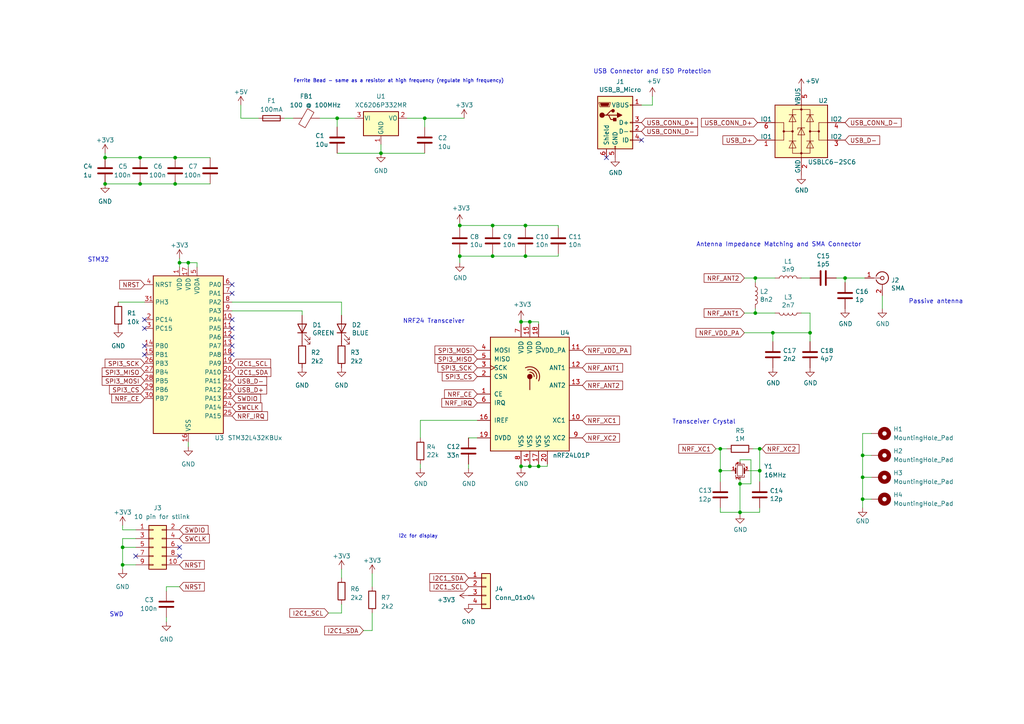
<source format=kicad_sch>
(kicad_sch (version 20230121) (generator eeschema)
  (paper "A4")
  (title_block (title "RF with STM32 module") (date "2023-05-20") (rev "1.0") (company "Petar Acimovic"))
  (lib_symbols
    (symbol "Connector:Conn_Coaxial" (pin_names (offset 1.016) hide)
      (property "Reference" "J" (at 0.254 3.048 0))
      (property "Value" "Conn_Coaxial" (at 2.921 0 90))
      (symbol "Conn_Coaxial_0_1"
        (arc (start -1.778 -0.508) (mid 0.2311 -1.8066) (end 1.778 0) (stroke (width 0.254)))
        (polyline (pts (xy -2.54 0) (xy -0.508 0)))
        (polyline (pts (xy 0 -2.54) (xy 0 -1.778)))
        (circle (center 0 0) (radius 0.508) (stroke (width 0.2032)))
        (arc (start 1.778 0) (mid 0.2099 1.8101) (end -1.778 0.508) (stroke (width 0.254)))
      )
      (symbol "Conn_Coaxial_1_1"
        (pin passive line (at -5.08 0 0) (length 2.54) (name "In") (number "1"))
        (pin passive line (at 0 -5.08 90) (length 2.54) (name "Ext") (number "2"))
      )
    )
    (symbol "Connector_Generic:Conn_01x04" (pin_names (offset 1.016) hide)
      (property "Reference" "J" (at 0 5.08 0))
      (property "Value" "Conn_01x04" (at 0 -7.62 0))
      (symbol "Conn_01x04_1_1"
        (rectangle (start -1.27 -4.953) (end 0 -5.207) (stroke (width 0.1524)))
        (rectangle (start -1.27 -2.413) (end 0 -2.667) (stroke (width 0.1524)))
        (rectangle (start -1.27 0.127) (end 0 -0.127) (stroke (width 0.1524)))
        (rectangle (start -1.27 2.667) (end 0 2.413) (stroke (width 0.1524)))
        (rectangle (start -1.27 3.81) (end 1.27 -6.35) (stroke (width 0.254)) (fill (type background)))
        (pin passive line (at -5.08 2.54 0) (length 3.81) (name "Pin_1") (number "1"))
        (pin passive line (at -5.08 0 0) (length 3.81) (name "Pin_2") (number "2"))
        (pin passive line (at -5.08 -2.54 0) (length 3.81) (name "Pin_3") (number "3"))
        (pin passive line (at -5.08 -5.08 0) (length 3.81) (name "Pin_4") (number "4"))
      )
    )
    (symbol "Connector_Generic:Conn_02x05_Odd_Even" (pin_names (offset 1.016) hide)
      (property "Reference" "J" (at 1.27 7.62 0))
      (property "Value" "Conn_02x05_Odd_Even" (at 1.27 -7.62 0))
      (symbol "Conn_02x05_Odd_Even_1_1"
        (rectangle (start -1.27 -4.953) (end 0 -5.207) (stroke (width 0.1524)))
        (rectangle (start -1.27 -2.413) (end 0 -2.667) (stroke (width 0.1524)))
        (rectangle (start -1.27 0.127) (end 0 -0.127) (stroke (width 0.1524)))
        (rectangle (start -1.27 2.667) (end 0 2.413) (stroke (width 0.1524)))
        (rectangle (start -1.27 5.207) (end 0 4.953) (stroke (width 0.1524)))
        (rectangle (start -1.27 6.35) (end 3.81 -6.35) (stroke (width 0.254)) (fill (type background)))
        (rectangle (start 3.81 -4.953) (end 2.54 -5.207) (stroke (width 0.1524)))
        (rectangle (start 3.81 -2.413) (end 2.54 -2.667) (stroke (width 0.1524)))
        (rectangle (start 3.81 0.127) (end 2.54 -0.127) (stroke (width 0.1524)))
        (rectangle (start 3.81 2.667) (end 2.54 2.413) (stroke (width 0.1524)))
        (rectangle (start 3.81 5.207) (end 2.54 4.953) (stroke (width 0.1524)))
        (pin passive line (at -5.08 5.08 0) (length 3.81) (name "Pin_1") (number "1"))
        (pin passive line (at 7.62 -5.08 180) (length 3.81) (name "Pin_10") (number "10"))
        (pin passive line (at 7.62 5.08 180) (length 3.81) (name "Pin_2") (number "2"))
        (pin passive line (at -5.08 2.54 0) (length 3.81) (name "Pin_3") (number "3"))
        (pin passive line (at 7.62 2.54 180) (length 3.81) (name "Pin_4") (number "4"))
        (pin passive line (at -5.08 0 0) (length 3.81) (name "Pin_5") (number "5"))
        (pin passive line (at 7.62 0 180) (length 3.81) (name "Pin_6") (number "6"))
        (pin passive line (at -5.08 -2.54 0) (length 3.81) (name "Pin_7") (number "7"))
        (pin passive line (at 7.62 -2.54 180) (length 3.81) (name "Pin_8") (number "8"))
        (pin passive line (at -5.08 -5.08 0) (length 3.81) (name "Pin_9") (number "9"))
      )
    )
    (symbol "Device:C" (pin_numbers hide) (pin_names (offset 0.254))
      (property "Reference" "C" (at 0.635 2.54 0))
      (property "Value" "C" (at 0.635 -2.54 0))
      (symbol "C_0_1"
        (polyline (pts (xy -2.032 -0.762) (xy 2.032 -0.762)) (stroke (width 0.508)))
        (polyline (pts (xy -2.032 0.762) (xy 2.032 0.762)) (stroke (width 0.508)))
      )
      (symbol "C_1_1"
        (pin passive line (at 0 3.81 270) (length 2.794) (name "~") (number "1"))
        (pin passive line (at 0 -3.81 90) (length 2.794) (name "~") (number "2"))
      )
    )
    (symbol "Device:Crystal_GND24_Small" (pin_names (offset 1.016) hide)
      (property "Reference" "Y" (at 1.27 4.445 0))
      (property "Value" "Crystal_GND24_Small" (at 1.27 2.54 0))
      (symbol "Crystal_GND24_Small_0_1"
        (rectangle (start -0.762 -1.524) (end 0.762 1.524))
        (polyline (pts (xy -1.27 -0.762) (xy -1.27 0.762)) (stroke (width 0.381)))
        (polyline (pts (xy 1.27 -0.762) (xy 1.27 0.762)) (stroke (width 0.381)))
        (polyline (pts (xy -1.27 -1.27) (xy -1.27 -1.905) (xy 1.27 -1.905) (xy 1.27 -1.27)))
        (polyline (pts (xy -1.27 1.27) (xy -1.27 1.905) (xy 1.27 1.905) (xy 1.27 1.27)))
      )
      (symbol "Crystal_GND24_Small_1_1"
        (pin passive line (at -2.54 0 0) (length 1.27) (name "1") (number "1"))
        (pin passive line (at 0 -2.54 90) (length 0.635) (name "2") (number "2"))
        (pin passive line (at 2.54 0 180) (length 1.27) (name "3") (number "3"))
        (pin passive line (at 0 2.54 270) (length 0.635) (name "4") (number "4"))
      )
    )
    (symbol "Device:FerriteBead" (pin_numbers hide) (pin_names (offset 0))
      (property "Reference" "FB" (at -3.81 0.635 90))
      (property "Value" "FerriteBead" (at 3.81 0 90))
      (symbol "FerriteBead_0_1"
        (polyline (pts (xy 0 -1.27) (xy 0 -1.2192)))
        (polyline (pts (xy 0 1.27) (xy 0 1.2954)))
        (polyline (pts (xy -2.7686 0.4064) (xy -1.7018 2.2606) (xy 2.7686 -0.3048) (xy 1.6764 -2.159) (xy -2.7686 0.4064)))
      )
      (symbol "FerriteBead_1_1"
        (pin passive line (at 0 3.81 270) (length 2.54) (name "~") (number "1"))
        (pin passive line (at 0 -3.81 90) (length 2.54) (name "~") (number "2"))
      )
    )
    (symbol "Device:Fuse" (pin_numbers hide) (pin_names (offset 0))
      (property "Reference" "F" (at 2.032 0 90))
      (property "Value" "Fuse" (at -1.905 0 90))
      (symbol "Fuse_0_1"
        (rectangle (start -0.762 -2.54) (end 0.762 2.54) (stroke (width 0.254)))
        (polyline (pts (xy 0 2.54) (xy 0 -2.54)))
      )
      (symbol "Fuse_1_1"
        (pin passive line (at 0 3.81 270) (length 1.27) (name "~") (number "1"))
        (pin passive line (at 0 -3.81 90) (length 1.27) (name "~") (number "2"))
      )
    )
    (symbol "Device:L" (pin_numbers hide) (pin_names (offset 1.016) hide)
      (property "Reference" "L" (at -1.27 0 90))
      (property "Value" "L" (at 1.905 0 90))
      (symbol "L_0_1"
        (arc (start 0 -2.54) (mid 0.6323 -1.905) (end 0 -1.27))
        (arc (start 0 -1.27) (mid 0.6323 -0.635) (end 0 0))
        (arc (start 0 0) (mid 0.6323 0.635) (end 0 1.27))
        (arc (start 0 1.27) (mid 0.6323 1.905) (end 0 2.54))
      )
      (symbol "L_1_1"
        (pin passive line (at 0 3.81 270) (length 1.27) (name "1") (number "1"))
        (pin passive line (at 0 -3.81 90) (length 1.27) (name "2") (number "2"))
      )
    )
    (symbol "Device:LED" (pin_numbers hide) (pin_names (offset 1.016) hide)
      (property "Reference" "D" (at 0 2.54 0))
      (property "Value" "LED" (at 0 -2.54 0))
      (symbol "LED_0_1"
        (polyline (pts (xy -1.27 -1.27) (xy -1.27 1.27)) (stroke (width 0.254)))
        (polyline (pts (xy -1.27 0) (xy 1.27 0)))
        (polyline (pts (xy 1.27 -1.27) (xy 1.27 1.27) (xy -1.27 0) (xy 1.27 -1.27)) (stroke (width 0.254)))
        (polyline (pts (xy -3.048 -0.762) (xy -4.572 -2.286) (xy -3.81 -2.286) (xy -4.572 -2.286) (xy -4.572 -1.524)))
        (polyline (pts (xy -1.778 -0.762) (xy -3.302 -2.286) (xy -2.54 -2.286) (xy -3.302 -2.286) (xy -3.302 -1.524)))
      )
      (symbol "LED_1_1"
        (pin passive line (at -3.81 0 0) (length 2.54) (name "K") (number "1"))
        (pin passive line (at 3.81 0 180) (length 2.54) (name "A") (number "2"))
      )
    )
    (symbol "Device:R" (pin_numbers hide) (pin_names (offset 0))
      (property "Reference" "R" (at 2.032 0 90))
      (property "Value" "R" (at 0 0 90))
      (symbol "R_0_1"
        (rectangle (start -1.016 -2.54) (end 1.016 2.54) (stroke (width 0.254)))
      )
      (symbol "R_1_1"
        (pin passive line (at 0 3.81 270) (length 1.27) (name "~") (number "1"))
        (pin passive line (at 0 -3.81 90) (length 1.27) (name "~") (number "2"))
      )
    )
    (symbol "MCU_ST_STM32L4:STM32L432KBUx"
      (property "Reference" "U" (at -10.16 24.13 0))
      (property "Value" "STM32L432KBUx" (at 5.08 24.13 0))
      (symbol "STM32L432KBUx_0_1"
        (rectangle (start -10.16 -22.86) (end 10.16 22.86) (stroke (width 0.254)) (fill (type background)))
      )
      (symbol "STM32L432KBUx_1_1"
        (pin power_in line (at -2.54 25.4 270) (length 2.54) (name "VDD") (number "1"))
        (pin bidirectional line (at 12.7 10.16 180) (length 2.54) (name "PA4") (number "10"))
        (pin bidirectional line (at 12.7 7.62 180) (length 2.54) (name "PA5") (number "11"))
        (pin bidirectional line (at 12.7 5.08 180) (length 2.54) (name "PA6") (number "12"))
        (pin bidirectional line (at 12.7 2.54 180) (length 2.54) (name "PA7") (number "13"))
        (pin bidirectional line (at -12.7 2.54 0) (length 2.54) (name "PB0") (number "14"))
        (pin bidirectional line (at -12.7 0 0) (length 2.54) (name "PB1") (number "15"))
        (pin power_in line (at 0 -25.4 90) (length 2.54) (name "VSS") (number "16"))
        (pin power_in line (at 0 25.4 270) (length 2.54) (name "VDD") (number "17"))
        (pin bidirectional line (at 12.7 0 180) (length 2.54) (name "PA8") (number "18"))
        (pin bidirectional line (at 12.7 -2.54 180) (length 2.54) (name "PA9") (number "19"))
        (pin bidirectional line (at -12.7 10.16 0) (length 2.54) (name "PC14") (number "2"))
        (pin bidirectional line (at 12.7 -5.08 180) (length 2.54) (name "PA10") (number "20"))
        (pin bidirectional line (at 12.7 -7.62 180) (length 2.54) (name "PA11") (number "21"))
        (pin bidirectional line (at 12.7 -10.16 180) (length 2.54) (name "PA12") (number "22"))
        (pin bidirectional line (at 12.7 -12.7 180) (length 2.54) (name "PA13") (number "23"))
        (pin bidirectional line (at 12.7 -15.24 180) (length 2.54) (name "PA14") (number "24"))
        (pin bidirectional line (at 12.7 -17.78 180) (length 2.54) (name "PA15") (number "25"))
        (pin bidirectional line (at -12.7 -2.54 0) (length 2.54) (name "PB3") (number "26"))
        (pin bidirectional line (at -12.7 -5.08 0) (length 2.54) (name "PB4") (number "27"))
        (pin bidirectional line (at -12.7 -7.62 0) (length 2.54) (name "PB5") (number "28"))
        (pin bidirectional line (at -12.7 -10.16 0) (length 2.54) (name "PB6") (number "29"))
        (pin bidirectional line (at -12.7 7.62 0) (length 2.54) (name "PC15") (number "3"))
        (pin bidirectional line (at -12.7 -12.7 0) (length 2.54) (name "PB7") (number "30"))
        (pin bidirectional line (at -12.7 15.24 0) (length 2.54) (name "PH3") (number "31"))
        (pin passive line (at 0 -25.4 90) (length 2.54) hide (name "VSS") (number "32"))
        (pin passive line (at 0 -25.4 90) (length 2.54) hide (name "VSS") (number "33"))
        (pin input line (at -12.7 20.32 0) (length 2.54) (name "NRST") (number "4"))
        (pin power_in line (at 2.54 25.4 270) (length 2.54) (name "VDDA") (number "5"))
        (pin bidirectional line (at 12.7 20.32 180) (length 2.54) (name "PA0") (number "6"))
        (pin bidirectional line (at 12.7 17.78 180) (length 2.54) (name "PA1") (number "7"))
        (pin bidirectional line (at 12.7 15.24 180) (length 2.54) (name "PA2") (number "8"))
        (pin bidirectional line (at 12.7 12.7 180) (length 2.54) (name "PA3") (number "9"))
      )
    )
    (symbol "Mechanical:MountingHole_Pad" (pin_numbers hide) (pin_names (offset 1.016) hide)
      (property "Reference" "H" (at 0 6.35 0))
      (property "Value" "MountingHole_Pad" (at 0 4.445 0))
      (symbol "MountingHole_Pad_0_1"
        (circle (center 0 1.27) (radius 1.27) (stroke (width 1.27)))
      )
      (symbol "MountingHole_Pad_1_1"
        (pin input line (at 0 -2.54 90) (length 2.54) (name "1") (number "1"))
      )
    )
    (symbol "RF:nRF24L01P" (pin_names (offset 1.016))
      (property "Reference" "U" (at -11.43 17.78 0))
      (property "Value" "nRF24L01P" (at 5.08 17.78 0))
      (symbol "nRF24L01P_0_1"
        (rectangle (start -11.43 16.51) (end 11.43 -16.51) (stroke (width 0.254)) (fill (type background)))
        (polyline (pts (xy 0 4.445) (xy 0 1.27)) (stroke (width 0.254)))
        (circle (center 0 5.08) (radius 0.635) (stroke (width 0.254)) (fill (type outline)))
        (arc (start 1.27 5.08) (mid 0.9071 5.9946) (end 0 6.35) (stroke (width 0.254)))
        (arc (start 1.905 4.445) (mid 1.4313 6.5254) (end -0.635 6.985) (stroke (width 0.254)))
        (arc (start 2.54 3.81) (mid 2.008 7.088) (end -1.27 7.62) (stroke (width 0.254)))
        (rectangle (start 11.43 -13.97) (end 11.43 -13.97))
      )
      (symbol "nRF24L01P_1_1"
        (pin input line (at -15.24 0 0) (length 3.81) (name "CE") (number "1"))
        (pin passive line (at 15.24 -7.62 180) (length 3.81) (name "XC1") (number "10"))
        (pin power_out line (at 15.24 12.7 180) (length 3.81) (name "VDD_PA") (number "11"))
        (pin passive line (at 15.24 7.62 180) (length 3.81) (name "ANT1") (number "12"))
        (pin passive line (at 15.24 2.54 180) (length 3.81) (name "ANT2") (number "13"))
        (pin power_in line (at 0 -20.32 90) (length 3.81) (name "VSS") (number "14"))
        (pin power_in line (at 0 20.32 270) (length 3.81) (name "VDD") (number "15"))
        (pin passive line (at -15.24 -7.62 0) (length 3.81) (name "IREF") (number "16"))
        (pin power_in line (at 2.54 -20.32 90) (length 3.81) (name "VSS") (number "17"))
        (pin power_in line (at 2.54 20.32 270) (length 3.81) (name "VDD") (number "18"))
        (pin power_out line (at -15.24 -12.7 0) (length 3.81) (name "DVDD") (number "19"))
        (pin input line (at -15.24 5.08 0) (length 3.81) (name "CSN") (number "2"))
        (pin power_in line (at 5.08 -20.32 90) (length 3.81) (name "VSS") (number "20"))
        (pin input clock (at -15.24 7.62 0) (length 3.81) (name "SCK") (number "3"))
        (pin input line (at -15.24 12.7 0) (length 3.81) (name "MOSI") (number "4"))
        (pin output line (at -15.24 10.16 0) (length 3.81) (name "MISO") (number "5"))
        (pin output line (at -15.24 -2.54 0) (length 3.81) (name "IRQ") (number "6"))
        (pin power_in line (at -2.54 20.32 270) (length 3.81) (name "VDD") (number "7"))
        (pin power_in line (at -2.54 -20.32 90) (length 3.81) (name "VSS") (number "8"))
        (pin passive line (at 15.24 -12.7 180) (length 3.81) (name "XC2") (number "9"))
      )
    )
    (symbol "Regulator_Linear:XC6206PxxxMR" (pin_names (offset 0.254))
      (property "Reference" "U" (at -3.81 3.175 0))
      (property "Value" "XC6206PxxxMR" (at 0 3.175 0))
      (symbol "XC6206PxxxMR_0_1"
        (rectangle (start -5.08 1.905) (end 5.08 -5.08) (stroke (width 0.254)) (fill (type background)))
      )
      (symbol "XC6206PxxxMR_1_1"
        (pin power_in line (at 0 -7.62 90) (length 2.54) (name "GND") (number "1"))
        (pin power_out line (at 7.62 0 180) (length 2.54) (name "VO") (number "2"))
        (pin power_in line (at -7.62 0 0) (length 2.54) (name "VI") (number "3"))
      )
    )
    (symbol "STRF-rescue:USBLC6-2SC6-Power_Protection" (pin_names (offset 0))
      (property "Reference" "U" (at 5.08 8.89 0))
      (property "Value" "Power_Protection_USBLC6-2SC6" (at 10.16 -10.16 0))
      (symbol "USBLC6-2SC6-Power_Protection_0_1"
        (rectangle (start -7.62 -7.62) (end 7.62 7.62) (stroke (width 0.254)) (fill (type background)))
        (circle (center -5.08 0) (radius 0.254) (fill (type outline)))
        (circle (center -2.54 0) (radius 0.254) (fill (type outline)))
        (rectangle (start -2.54 6.35) (end 2.54 -6.35))
        (circle (center 0 -6.35) (radius 0.254) (fill (type outline)))
        (polyline (pts (xy -5.08 -2.54) (xy -7.62 -2.54)))
        (polyline (pts (xy -5.08 0) (xy -5.08 -2.54)))
        (polyline (pts (xy -5.08 2.54) (xy -7.62 2.54)))
        (polyline (pts (xy -1.524 -2.794) (xy -3.556 -2.794)))
        (polyline (pts (xy -1.524 4.826) (xy -3.556 4.826)))
        (polyline (pts (xy 0 -7.62) (xy 0 -6.35)))
        (polyline (pts (xy 0 -6.35) (xy 0 1.27)))
        (polyline (pts (xy 0 1.27) (xy 0 6.35)))
        (polyline (pts (xy 0 6.35) (xy 0 7.62)))
        (polyline (pts (xy 1.524 -2.794) (xy 3.556 -2.794)))
        (polyline (pts (xy 1.524 4.826) (xy 3.556 4.826)))
        (polyline (pts (xy 5.08 -2.54) (xy 7.62 -2.54)))
        (polyline (pts (xy 5.08 0) (xy 5.08 -2.54)))
        (polyline (pts (xy 5.08 2.54) (xy 7.62 2.54)))
        (polyline (pts (xy -2.54 0) (xy -5.08 0) (xy -5.08 2.54)))
        (polyline (pts (xy 2.54 0) (xy 5.08 0) (xy 5.08 2.54)))
        (polyline (pts (xy -3.556 -4.826) (xy -1.524 -4.826) (xy -2.54 -2.794) (xy -3.556 -4.826)))
        (polyline (pts (xy -3.556 2.794) (xy -1.524 2.794) (xy -2.54 4.826) (xy -3.556 2.794)))
        (polyline (pts (xy -1.016 -1.016) (xy 1.016 -1.016) (xy 0 1.016) (xy -1.016 -1.016)))
        (polyline (pts (xy 1.016 1.016) (xy 0.762 1.016) (xy -1.016 1.016) (xy -1.016 0.508)))
        (polyline (pts (xy 3.556 -4.826) (xy 1.524 -4.826) (xy 2.54 -2.794) (xy 3.556 -4.826)))
        (polyline (pts (xy 3.556 2.794) (xy 1.524 2.794) (xy 2.54 4.826) (xy 3.556 2.794)))
        (circle (center 0 6.35) (radius 0.254) (fill (type outline)))
        (circle (center 2.54 0) (radius 0.254) (fill (type outline)))
        (circle (center 5.08 0) (radius 0.254) (fill (type outline)))
      )
      (symbol "USBLC6-2SC6-Power_Protection_1_1"
        (pin passive line (at -12.7 -2.54 0) (length 5.08) (name "IO1") (number "1"))
        (pin passive line (at 0 -12.7 90) (length 5.08) (name "GND") (number "2"))
        (pin passive line (at 12.7 -2.54 180) (length 5.08) (name "IO2") (number "3"))
        (pin passive line (at 12.7 2.54 180) (length 5.08) (name "IO2") (number "4"))
        (pin passive line (at 0 12.7 270) (length 5.08) (name "VBUS") (number "5"))
        (pin passive line (at -12.7 2.54 0) (length 5.08) (name "IO1") (number "6"))
      )
    )
    (symbol "STRF-rescue:USB_B_Micro-Connector" (pin_names (offset 1.016))
      (property "Reference" "J" (at -5.08 11.43 0))
      (property "Value" "Connector_USB_B_Micro" (at -5.08 8.89 0))
      (symbol "USB_B_Micro-Connector_0_1"
        (rectangle (start -5.08 -7.62) (end 5.08 7.62) (stroke (width 0.254)) (fill (type background)))
        (circle (center -3.81 2.159) (radius 0.635) (stroke (width 0.254)) (fill (type outline)))
        (circle (center -0.635 3.429) (radius 0.381) (stroke (width 0.254)) (fill (type outline)))
        (rectangle (start -0.127 -7.62) (end 0.127 -6.858))
        (polyline (pts (xy -1.905 2.159) (xy 0.635 2.159)) (stroke (width 0.254)))
        (polyline (pts (xy -3.175 2.159) (xy -2.54 2.159) (xy -1.27 3.429) (xy -0.635 3.429)) (stroke (width 0.254)))
        (polyline (pts (xy -2.54 2.159) (xy -1.905 2.159) (xy -1.27 0.889) (xy 0 0.889)) (stroke (width 0.254)))
        (polyline (pts (xy 0.635 2.794) (xy 0.635 1.524) (xy 1.905 2.159) (xy 0.635 2.794)) (stroke (width 0.254)) (fill (type outline)))
        (polyline (pts (xy -4.318 5.588) (xy -1.778 5.588) (xy -2.032 4.826) (xy -4.064 4.826) (xy -4.318 5.588)) (fill (type outline)))
        (polyline (pts (xy -4.699 5.842) (xy -4.699 5.588) (xy -4.445 4.826) (xy -4.445 4.572) (xy -1.651 4.572) (xy -1.651 4.826) (xy -1.397 5.588) (xy -1.397 5.842) (xy -4.699 5.842)))
        (rectangle (start 0.254 1.27) (end -0.508 0.508) (stroke (width 0.254)) (fill (type outline)))
        (rectangle (start 5.08 -5.207) (end 4.318 -4.953))
        (rectangle (start 5.08 -2.667) (end 4.318 -2.413))
        (rectangle (start 5.08 -0.127) (end 4.318 0.127))
        (rectangle (start 5.08 4.953) (end 4.318 5.207))
      )
      (symbol "USB_B_Micro-Connector_1_1"
        (pin power_out line (at 7.62 5.08 180) (length 2.54) (name "VBUS") (number "1"))
        (pin passive line (at 7.62 -2.54 180) (length 2.54) (name "D-") (number "2"))
        (pin passive line (at 7.62 0 180) (length 2.54) (name "D+") (number "3"))
        (pin passive line (at 7.62 -5.08 180) (length 2.54) (name "ID") (number "4"))
        (pin power_out line (at 0 -10.16 90) (length 2.54) (name "GND") (number "5"))
        (pin passive line (at -2.54 -10.16 90) (length 2.54) (name "Shield") (number "6"))
      )
    )
    (symbol "power:+3V3" (power) (pin_names (offset 0))
      (property "Value" "+3V3" (at 0 3.556 0))
      (symbol "+3V3_0_1"
        (polyline (pts (xy -0.762 1.27) (xy 0 2.54)))
        (polyline (pts (xy 0 0) (xy 0 2.54)))
        (polyline (pts (xy 0 2.54) (xy 0.762 1.27)))
      )
      (symbol "+3V3_1_1"
        (pin power_in line (at 0 0 90) (length 0) hide (name "+3V3") (number "1"))
      )
    )
    (symbol "power:+5V" (power) (pin_names (offset 0))
      (property "Value" "+5V" (at 0 3.556 0))
      (symbol "+5V_0_1"
        (polyline (pts (xy -0.762 1.27) (xy 0 2.54)))
        (polyline (pts (xy 0 0) (xy 0 2.54)))
        (polyline (pts (xy 0 2.54) (xy 0.762 1.27)))
      )
      (symbol "+5V_1_1"
        (pin power_in line (at 0 0 90) (length 0) hide (name "+5V") (number "1"))
      )
    )
    (symbol "power:GND" (power) (pin_names (offset 0))
      (property "Value" "GND" (at 0 -3.81 0))
      (symbol "GND_0_1"
        (polyline (pts (xy 0 0) (xy 0 -1.27) (xy 1.27 -1.27) (xy 0 -2.54) (xy -1.27 -1.27) (xy 0 -1.27)))
      )
      (symbol "GND_1_1"
        (pin power_in line (at 0 0 270) (length 0) hide (name "GND") (number "1"))
      )
    )
  )
  (junction (at 250.19 132.08))
  (junction (at 97.79 34.29))
  (junction (at 110.49 44.45))
  (junction (at 245.11 80.645))
  (junction (at 35.56 158.75))
  (junction (at 208.915 136.525))
  (junction (at 152.4 74.295))
  (junction (at 250.19 144.78))
  (junction (at 142.875 65.405))
  (junction (at 153.67 93.345))
  (junction (at 50.8 45.72))
  (junction (at 133.35 74.295))
  (junction (at 40.64 53.34))
  (junction (at 123.19 34.29))
  (junction (at 153.67 135.255))
  (junction (at 50.8 53.34))
  (junction (at 220.345 130.175))
  (junction (at 214.63 148.59))
  (junction (at 156.21 135.255))
  (junction (at 234.95 96.52))
  (junction (at 35.56 163.83))
  (junction (at 151.13 135.255))
  (junction (at 133.35 65.405))
  (junction (at 30.48 45.72))
  (junction (at 52.07 76.2))
  (junction (at 219.075 90.805))
  (junction (at 142.875 74.295))
  (junction (at 54.61 76.2))
  (junction (at 219.075 80.645))
  (junction (at 250.19 138.43))
  (junction (at 151.13 93.345))
  (junction (at 220.345 136.525))
  (junction (at 30.48 53.34))
  (junction (at 152.4 65.405))
  (junction (at 40.64 45.72))
  (junction (at 214.63 140.335))
  (junction (at 208.915 130.175))
  (junction (at 224.155 96.52))
  (no_connect (at 52.07 158.75))
  (no_connect (at 186.055 40.64))
  (no_connect (at 41.91 95.25))
  (no_connect (at 67.31 82.55))
  (no_connect (at 41.91 100.33))
  (no_connect (at 67.31 97.79))
  (no_connect (at 67.31 95.25))
  (no_connect (at 39.37 161.29))
  (no_connect (at 175.895 45.72))
  (no_connect (at 67.31 85.09))
  (no_connect (at 41.91 92.71))
  (no_connect (at 67.31 100.33))
  (no_connect (at 41.91 102.87))
  (no_connect (at 67.31 102.87))
  (no_connect (at 52.07 161.29))
  (no_connect (at 67.31 92.71))
  (wire (pts (xy 142.875 74.295) (xy 152.4 74.295)))
  (wire (pts (xy 156.21 93.345) (xy 153.67 93.345)))
  (wire (pts (xy 250.19 132.08) (xy 250.19 138.43)))
  (wire (pts (xy 67.31 87.63) (xy 99.06 87.63)))
  (wire (pts (xy 220.345 130.175) (xy 220.345 136.525)))
  (wire (pts (xy 87.63 90.17) (xy 87.63 91.44)))
  (wire (pts (xy 152.4 73.66) (xy 152.4 74.295)))
  (wire (pts (xy 250.19 125.73) (xy 250.19 132.08)))
  (wire (pts (xy 214.63 133.985) (xy 214.63 133.35)))
  (wire (pts (xy 133.35 66.04) (xy 133.35 65.405)))
  (wire (pts (xy 152.4 74.295) (xy 161.925 74.295)))
  (wire (pts (xy 35.56 158.75) (xy 35.56 163.83)))
  (wire (pts (xy 153.67 134.62) (xy 153.67 135.255)))
  (wire (pts (xy 208.915 148.59) (xy 208.915 147.32)))
  (wire (pts (xy 67.31 90.17) (xy 87.63 90.17)))
  (wire (pts (xy 217.805 133.35) (xy 217.805 140.335)))
  (wire (pts (xy 245.11 81.915) (xy 245.11 80.645)))
  (wire (pts (xy 35.56 158.75) (xy 39.37 158.75)))
  (wire (pts (xy 218.44 130.175) (xy 220.345 130.175)))
  (wire (pts (xy 214.63 149.225) (xy 214.63 148.59)))
  (wire (pts (xy 142.875 73.66) (xy 142.875 74.295)))
  (wire (pts (xy 250.19 144.78) (xy 252.73 144.78)))
  (wire (pts (xy 161.925 65.405) (xy 152.4 65.405)))
  (wire (pts (xy 214.63 148.59) (xy 208.915 148.59)))
  (wire (pts (xy 214.63 133.35) (xy 217.805 133.35)))
  (wire (pts (xy 220.345 139.7) (xy 220.345 136.525)))
  (wire (pts (xy 224.155 96.52) (xy 234.95 96.52)))
  (wire (pts (xy 219.075 80.645) (xy 219.075 81.915)))
  (wire (pts (xy 156.21 134.62) (xy 156.21 135.255)))
  (wire (pts (xy 234.95 90.805) (xy 234.95 96.52)))
  (wire (pts (xy 215.9 80.645) (xy 219.075 80.645)))
  (wire (pts (xy 121.92 121.92) (xy 138.43 121.92)))
  (wire (pts (xy 252.73 125.73) (xy 250.19 125.73)))
  (wire (pts (xy 35.56 165.1) (xy 35.56 163.83)))
  (wire (pts (xy 234.95 96.52) (xy 234.95 99.06)))
  (wire (pts (xy 152.4 65.405) (xy 142.875 65.405)))
  (wire (pts (xy 35.56 156.21) (xy 35.56 158.75)))
  (wire (pts (xy 40.64 53.34) (xy 50.8 53.34)))
  (wire (pts (xy 156.21 135.255) (xy 153.67 135.255)))
  (wire (pts (xy 214.63 140.335) (xy 214.63 148.59)))
  (wire (pts (xy 121.92 127) (xy 121.92 121.92)))
  (wire (pts (xy 30.48 53.34) (xy 40.64 53.34)))
  (wire (pts (xy 39.37 156.21) (xy 35.56 156.21)))
  (wire (pts (xy 110.49 41.91) (xy 110.49 44.45)))
  (wire (pts (xy 220.98 130.175) (xy 220.345 130.175)))
  (wire (pts (xy 107.95 166.37) (xy 107.95 170.18)))
  (wire (pts (xy 214.63 148.59) (xy 220.345 148.59)))
  (wire (pts (xy 158.75 135.255) (xy 156.21 135.255)))
  (wire (pts (xy 142.875 66.04) (xy 142.875 65.405)))
  (wire (pts (xy 161.925 74.295) (xy 161.925 73.66)))
  (wire (pts (xy 245.11 80.645) (xy 242.57 80.645)))
  (wire (pts (xy 107.95 177.8) (xy 107.95 182.88)))
  (wire (pts (xy 133.35 74.295) (xy 133.35 76.2)))
  (wire (pts (xy 135.89 127) (xy 138.43 127)))
  (wire (pts (xy 208.915 130.175) (xy 208.915 136.525)))
  (wire (pts (xy 99.06 177.8) (xy 95.25 177.8)))
  (wire (pts (xy 217.17 136.525) (xy 220.345 136.525)))
  (wire (pts (xy 107.95 182.88) (xy 105.41 182.88)))
  (wire (pts (xy 121.92 135.89) (xy 121.92 134.62)))
  (wire (pts (xy 153.67 93.345) (xy 151.13 93.345)))
  (wire (pts (xy 52.07 76.2) (xy 52.07 77.47)))
  (wire (pts (xy 207.645 130.175) (xy 208.915 130.175)))
  (wire (pts (xy 69.85 34.29) (xy 74.93 34.29)))
  (wire (pts (xy 153.67 93.98) (xy 153.67 93.345)))
  (wire (pts (xy 210.82 130.175) (xy 208.915 130.175)))
  (wire (pts (xy 250.19 138.43) (xy 250.19 144.78)))
  (wire (pts (xy 250.19 147.32) (xy 250.19 144.78)))
  (wire (pts (xy 151.13 93.98) (xy 151.13 93.345)))
  (wire (pts (xy 99.06 87.63) (xy 99.06 91.44)))
  (wire (pts (xy 123.19 36.83) (xy 123.19 34.29)))
  (wire (pts (xy 215.9 90.805) (xy 219.075 90.805)))
  (wire (pts (xy 189.23 27.94) (xy 189.23 30.48)))
  (wire (pts (xy 69.85 30.48) (xy 69.85 34.29)))
  (wire (pts (xy 208.915 136.525) (xy 208.915 139.7)))
  (wire (pts (xy 54.61 76.2) (xy 52.07 76.2)))
  (wire (pts (xy 133.35 74.295) (xy 142.875 74.295)))
  (wire (pts (xy 123.19 34.29) (xy 134.62 34.29)))
  (wire (pts (xy 217.805 140.335) (xy 214.63 140.335)))
  (wire (pts (xy 34.29 87.63) (xy 41.91 87.63)))
  (wire (pts (xy 30.48 44.45) (xy 30.48 45.72)))
  (wire (pts (xy 153.67 135.255) (xy 151.13 135.255)))
  (wire (pts (xy 35.56 152.4) (xy 35.56 153.67)))
  (wire (pts (xy 156.21 93.98) (xy 156.21 93.345)))
  (wire (pts (xy 40.64 45.72) (xy 50.8 45.72)))
  (wire (pts (xy 214.63 139.065) (xy 214.63 140.335)))
  (wire (pts (xy 250.19 132.08) (xy 252.73 132.08)))
  (wire (pts (xy 208.915 136.525) (xy 212.09 136.525)))
  (wire (pts (xy 151.13 135.255) (xy 151.13 134.62)))
  (wire (pts (xy 110.49 44.45) (xy 123.19 44.45)))
  (wire (pts (xy 161.925 66.04) (xy 161.925 65.405)))
  (wire (pts (xy 48.26 179.07) (xy 48.26 180.34)))
  (wire (pts (xy 224.79 90.805) (xy 219.075 90.805)))
  (wire (pts (xy 255.905 89.535) (xy 255.905 85.725)))
  (wire (pts (xy 250.825 80.645) (xy 245.11 80.645)))
  (wire (pts (xy 99.06 175.26) (xy 99.06 177.8)))
  (wire (pts (xy 133.35 74.295) (xy 133.35 73.66)))
  (wire (pts (xy 99.06 165.1) (xy 99.06 167.64)))
  (wire (pts (xy 158.75 134.62) (xy 158.75 135.255)))
  (wire (pts (xy 123.19 34.29) (xy 118.11 34.29)))
  (wire (pts (xy 54.61 128.27) (xy 54.61 129.54)))
  (wire (pts (xy 30.48 45.72) (xy 40.64 45.72)))
  (wire (pts (xy 57.15 77.47) (xy 57.15 76.2)))
  (wire (pts (xy 97.79 34.29) (xy 102.87 34.29)))
  (wire (pts (xy 151.13 93.345) (xy 151.13 92.71)))
  (wire (pts (xy 97.79 44.45) (xy 110.49 44.45)))
  (wire (pts (xy 48.26 171.45) (xy 48.26 170.18)))
  (wire (pts (xy 135.89 135.89) (xy 135.89 134.62)))
  (wire (pts (xy 224.155 99.06) (xy 224.155 96.52)))
  (wire (pts (xy 48.26 170.18) (xy 52.07 170.18)))
  (wire (pts (xy 152.4 66.04) (xy 152.4 65.405)))
  (wire (pts (xy 189.23 30.48) (xy 186.055 30.48)))
  (wire (pts (xy 52.07 74.93) (xy 52.07 76.2)))
  (wire (pts (xy 35.56 153.67) (xy 39.37 153.67)))
  (wire (pts (xy 219.075 90.805) (xy 219.075 89.535)))
  (wire (pts (xy 234.95 80.645) (xy 232.41 80.645)))
  (wire (pts (xy 57.15 76.2) (xy 54.61 76.2)))
  (wire (pts (xy 220.345 148.59) (xy 220.345 147.32)))
  (wire (pts (xy 224.79 80.645) (xy 219.075 80.645)))
  (wire (pts (xy 82.55 34.29) (xy 85.09 34.29)))
  (wire (pts (xy 234.95 90.805) (xy 232.41 90.805)))
  (wire (pts (xy 92.71 34.29) (xy 97.79 34.29)))
  (wire (pts (xy 97.79 34.29) (xy 97.79 36.83)))
  (wire (pts (xy 50.8 53.34) (xy 60.96 53.34)))
  (wire (pts (xy 151.13 135.89) (xy 151.13 135.255)))
  (wire (pts (xy 142.875 65.405) (xy 133.35 65.405)))
  (wire (pts (xy 35.56 163.83) (xy 39.37 163.83)))
  (wire (pts (xy 250.19 138.43) (xy 252.73 138.43)))
  (wire (pts (xy 54.61 77.47) (xy 54.61 76.2)))
  (wire (pts (xy 224.155 96.52) (xy 215.9 96.52)))
  (wire (pts (xy 133.35 65.405) (xy 133.35 64.77)))
  (wire (pts (xy 50.8 45.72) (xy 60.96 45.72)))
  (text "USB Connector and ESD Protection" (at 172.085 21.59 0) (effects (font (size 1.27 1.27)) (justify left bottom)))
  (text "SWD" (at 31.75 179.07 0) (effects (font (size 1.27 1.27)) (justify left bottom)))
  (text "STM32" (at 25.4 76.2 0) (effects (font (size 1.27 1.27)) (justify left bottom)))
  (text "Ferrite Bead - same as a resistor at high frequency (regulate high frequency)" (at 85.09 24.13 0) (effects (font (size 1 1)) (justify left bottom)))
  (text "Transceiver Crystal" (at 194.945 123.19 0) (effects (font (size 1.27 1.27)) (justify left bottom)))
  (text "Passive antenna" (at 263.525 88.265 0) (effects (font (size 1.27 1.27)) (justify left bottom)))
  (text "i2c for display\n" (at 127 156.21 0) (effects (font (size 1 1)) (justify right bottom)))
  (text "Antenna Impedance Matching and SMA Connector" (at 201.93 71.755 0) (effects (font (size 1.27 1.27)) (justify left bottom)))
  (text "NRF24 Transceiver" (at 116.84 93.98 0) (effects (font (size 1.27 1.27)) (justify left bottom)))
  (global_label "USB_D+" (shape input) (at 67.31 113.03 0) (property "Intersheetrefs" "${INTERSHEET_REFS}" (effects hide)))
  (global_label "SPI3_MISO" (shape input) (at 138.43 104.14 180) (property "Intersheetrefs" "${INTERSHEET_REFS}" (effects hide)))
  (global_label "SPI3_MOSI" (shape input) (at 138.43 101.6 180) (property "Intersheetrefs" "${INTERSHEET_REFS}" (effects hide)))
  (global_label "NRF_XC2" (shape input) (at 168.91 127 0) (property "Intersheetrefs" "${INTERSHEET_REFS}" (effects hide)))
  (global_label "USB_D-" (shape input) (at 245.11 40.64 0) (property "Intersheetrefs" "${INTERSHEET_REFS}" (effects hide)))
  (global_label "NRF_ANT1" (shape input) (at 215.9 90.805 180) (property "Intersheetrefs" "${INTERSHEET_REFS}" (effects hide)))
  (global_label "SWDIO" (shape input) (at 67.31 115.57 0) (property "Intersheetrefs" "${INTERSHEET_REFS}" (effects hide)))
  (global_label "SPI3_CS" (shape input) (at 138.43 109.22 180) (property "Intersheetrefs" "${INTERSHEET_REFS}" (effects hide)))
  (global_label "NRST" (shape input) (at 52.07 163.83 0) (property "Intersheetrefs" "${INTERSHEET_REFS}" (effects hide)))
  (global_label "SPI3_SCK" (shape input) (at 41.91 105.41 180) (property "Intersheetrefs" "${INTERSHEET_REFS}" (effects hide)))
  (global_label "NRF_VDD_PA" (shape input) (at 168.91 101.6 0) (property "Intersheetrefs" "${INTERSHEET_REFS}" (effects hide)))
  (global_label "NRF_XC1" (shape input) (at 207.645 130.175 180) (property "Intersheetrefs" "${INTERSHEET_REFS}" (effects hide)))
  (global_label "I2C1_SDA" (shape input) (at 67.31 107.95 0) (property "Intersheetrefs" "${INTERSHEET_REFS}" (effects hide)))
  (global_label "USB_D+" (shape input) (at 219.71 40.64 180) (property "Intersheetrefs" "${INTERSHEET_REFS}" (effects hide)))
  (global_label "I2C1_SDA" (shape input) (at 135.89 167.64 180) (property "Intersheetrefs" "${INTERSHEET_REFS}" (effects hide)))
  (global_label "SWCLK" (shape input) (at 67.31 118.11 0) (property "Intersheetrefs" "${INTERSHEET_REFS}" (effects hide)))
  (global_label "SWCLK" (shape input) (at 52.07 156.21 0) (property "Intersheetrefs" "${INTERSHEET_REFS}" (effects hide)))
  (global_label "USB_CONN_D-" (shape input) (at 245.11 35.56 0) (property "Intersheetrefs" "${INTERSHEET_REFS}" (effects hide)))
  (global_label "SPI3_SCK" (shape input) (at 138.43 106.68 180) (property "Intersheetrefs" "${INTERSHEET_REFS}" (effects hide)))
  (global_label "USB_CONN_D+" (shape input) (at 219.71 35.56 180) (property "Intersheetrefs" "${INTERSHEET_REFS}" (effects hide)))
  (global_label "USB_D-" (shape input) (at 67.31 110.49 0) (property "Intersheetrefs" "${INTERSHEET_REFS}" (effects hide)))
  (global_label "SPI3_MISO" (shape input) (at 41.91 107.95 180) (property "Intersheetrefs" "${INTERSHEET_REFS}" (effects hide)))
  (global_label "NRF_XC2" (shape input) (at 220.98 130.175 0) (property "Intersheetrefs" "${INTERSHEET_REFS}" (effects hide)))
  (global_label "I2C1_SDA" (shape input) (at 105.41 182.88 180) (property "Intersheetrefs" "${INTERSHEET_REFS}" (effects hide)))
  (global_label "USB_CONN_D-" (shape input) (at 186.055 38.1 0) (property "Intersheetrefs" "${INTERSHEET_REFS}" (effects hide)))
  (global_label "NRF_CE" (shape input) (at 41.91 115.57 180) (property "Intersheetrefs" "${INTERSHEET_REFS}" (effects hide)))
  (global_label "SWDIO" (shape input) (at 52.07 153.67 0) (property "Intersheetrefs" "${INTERSHEET_REFS}" (effects hide)))
  (global_label "I2C1_SCL" (shape input) (at 95.25 177.8 180) (property "Intersheetrefs" "${INTERSHEET_REFS}" (effects hide)))
  (global_label "USB_CONN_D+" (shape input) (at 186.055 35.56 0) (property "Intersheetrefs" "${INTERSHEET_REFS}" (effects hide)))
  (global_label "NRF_ANT2" (shape input) (at 168.91 111.76 0) (property "Intersheetrefs" "${INTERSHEET_REFS}" (effects hide)))
  (global_label "I2C1_SCL" (shape input) (at 135.89 170.18 180) (property "Intersheetrefs" "${INTERSHEET_REFS}" (effects hide)))
  (global_label "SPI3_CS" (shape input) (at 41.91 113.03 180) (property "Intersheetrefs" "${INTERSHEET_REFS}" (effects hide)))
  (global_label "NRF_VDD_PA" (shape input) (at 215.9 96.52 180) (property "Intersheetrefs" "${INTERSHEET_REFS}" (effects hide)))
  (global_label "NRF_ANT1" (shape input) (at 168.91 106.68 0) (property "Intersheetrefs" "${INTERSHEET_REFS}" (effects hide)))
  (global_label "SPI3_MOSI" (shape input) (at 41.91 110.49 180) (property "Intersheetrefs" "${INTERSHEET_REFS}" (effects hide)))
  (global_label "NRF_XC1" (shape input) (at 168.91 121.92 0) (property "Intersheetrefs" "${INTERSHEET_REFS}" (effects hide)))
  (global_label "NRST" (shape input) (at 52.07 170.18 0) (property "Intersheetrefs" "${INTERSHEET_REFS}" (effects hide)))
  (global_label "NRST" (shape input) (at 41.91 82.55 180) (property "Intersheetrefs" "${INTERSHEET_REFS}" (effects hide)))
  (global_label "I2C1_SCL" (shape input) (at 67.31 105.41 0) (property "Intersheetrefs" "${INTERSHEET_REFS}" (effects hide)))
  (global_label "NRF_IRQ" (shape input) (at 138.43 116.84 180) (property "Intersheetrefs" "${INTERSHEET_REFS}" (effects hide)))
  (global_label "NRF_CE" (shape input) (at 138.43 114.3 180) (property "Intersheetrefs" "${INTERSHEET_REFS}" (effects hide)))
  (global_label "NRF_ANT2" (shape input) (at 215.9 80.645 180) (property "Intersheetrefs" "${INTERSHEET_REFS}" (effects hide)))
  (global_label "NRF_IRQ" (shape input) (at 67.31 120.65 0) (property "Intersheetrefs" "${INTERSHEET_REFS}" (effects hide)))
  (symbol (lib_id "MCU_ST_STM32L4:STM32L432KBUx") (at 54.61 102.87 0) (unit 1)
    (property "Reference" "U3" (at 62.23 127 0) (effects (justify left)))
    (property "Value" "STM32L432KBUx" (at 66.04 127 0) (effects (justify left)))
    (property "Footprint" "Package_DFN_QFN:QFN-32-1EP_5x5mm_P0.5mm_EP3.45x3.45mm" (effects hide))
    (property "Datasheet" "https://www.st.com/resource/en/datasheet/stm32l432kb.pdf" (effects hide))
  )
  (symbol (lib_id "power:GND") (at 224.155 106.68 0) (unit 1)
    (property "Reference" "#PWR023" (effects hide))
    (property "Value" "GND" (at 224.282 111.0742 0))
  )
  (symbol (lib_id "Device:R") (at 107.95 173.99 0) (unit 1)
    (property "Reference" "R7" (at 110.49 173.355 0) (effects (justify left)))
    (property "Value" "2k2" (at 110.49 175.895 0) (effects (justify left)))
    (property "Footprint" "Resistor_SMD:R_0603_1608Metric" (effects hide))
  )
  (symbol (lib_id "Device:R") (at 99.06 102.87 0) (unit 1)
    (property "Reference" "R3" (at 101.6 102.235 0) (effects (justify left)))
    (property "Value" "2k2" (at 101.6 104.775 0) (effects (justify left)))
    (property "Footprint" "Resistor_SMD:R_0603_1608Metric" (effects hide))
  )
  (symbol (lib_id "Device:C") (at 60.96 49.53 0) (unit 1)
    (property "Reference" "C7" (at 54.61 48.26 0) (effects (justify left)))
    (property "Value" "100n" (at 53.34 50.8 0) (effects (justify left)))
    (property "Footprint" "Capacitor_SMD:C_0402_1005Metric" (effects hide))
  )
  (symbol (lib_id "power:+3V3") (at 133.35 64.77 0) (unit 1)
    (property "Reference" "#PWR018" (effects hide))
    (property "Value" "+3V3" (at 133.731 60.3758 0))
  )
  (symbol (lib_id "Device:C") (at 50.8 49.53 0) (unit 1)
    (property "Reference" "C6" (at 44.45 48.26 0) (effects (justify left)))
    (property "Value" "100n" (at 43.18 50.8 0) (effects (justify left)))
    (property "Footprint" "Capacitor_SMD:C_0402_1005Metric" (effects hide))
  )
  (symbol (lib_id "Device:C") (at 48.26 175.26 0) (unit 1)
    (property "Reference" "C3" (at 41.91 173.99 0) (effects (justify left)))
    (property "Value" "100n" (at 40.64 176.53 0) (effects (justify left)))
    (property "Footprint" "Capacitor_SMD:C_0402_1005Metric" (effects hide))
  )
  (symbol (lib_id "Device:L") (at 228.6 80.645 90) (unit 1)
    (property "Reference" "L1" (at 228.6 75.819 90))
    (property "Value" "3n9" (at 228.6 78.1304 90))
    (property "Footprint" "Inductor_SMD:L_0402_1005Metric" (effects hide))
  )
  (symbol (lib_id "Mechanical:MountingHole_Pad") (at 255.27 132.08 270) (unit 1)
    (property "Reference" "H2" (at 259.08 130.8099 90) (effects (justify left)))
    (property "Value" "MountingHole_Pad" (at 259.08 133.3499 90) (effects (justify left)))
    (property "Footprint" "MountingHole:MountingHole_4.3mm_M4_Pad_Via" (effects hide))
  )
  (symbol (lib_id "Mechanical:MountingHole_Pad") (at 255.27 144.78 270) (unit 1)
    (property "Reference" "H4" (at 259.08 143.5099 90) (effects (justify left)))
    (property "Value" "MountingHole_Pad" (at 259.08 146.0499 90) (effects (justify left)))
    (property "Footprint" "MountingHole:MountingHole_4.3mm_M4_Pad_Via" (effects hide))
  )
  (symbol (lib_id "power:GND") (at 48.26 180.34 0) (unit 1)
    (property "Reference" "#PWR015" (effects hide))
    (property "Value" "GND" (at 48.26 185.42 0))
  )
  (symbol (lib_id "power:GND") (at 234.95 106.68 0) (unit 1)
    (property "Reference" "#PWR024" (effects hide))
    (property "Value" "GND" (at 235.077 111.0742 0))
  )
  (symbol (lib_id "power:GND") (at 121.92 135.89 0) (unit 1)
    (property "Reference" "#PWR016" (effects hide))
    (property "Value" "GND" (at 122.047 140.2842 0))
  )
  (symbol (lib_id "power:GND") (at 30.48 53.34 0) (unit 1)
    (property "Reference" "#PWR08" (effects hide))
    (property "Value" "GND" (at 30.48 58.42 0))
  )
  (symbol (lib_id "Device:C") (at 234.95 102.87 180) (unit 1)
    (property "Reference" "C18" (at 237.871 101.7016 0) (effects (justify right)))
    (property "Value" "4p7" (at 237.871 104.013 0) (effects (justify right)))
    (property "Footprint" "Capacitor_SMD:C_0402_1005Metric" (effects hide))
  )
  (symbol (lib_id "Device:R") (at 34.29 91.44 0) (unit 1)
    (property "Reference" "R1" (at 36.83 90.805 0) (effects (justify left)))
    (property "Value" "10k" (at 36.83 93.345 0) (effects (justify left)))
    (property "Footprint" "Resistor_SMD:R_0402_1005Metric" (effects hide))
  )
  (symbol (lib_id "power:GND") (at 178.435 45.72 0) (unit 1)
    (property "Reference" "#PWR027" (effects hide))
    (property "Value" "GND" (at 178.562 50.1142 0))
  )
  (symbol (lib_id "Device:C") (at 133.35 69.85 0) (unit 1)
    (property "Reference" "C8" (at 136.271 68.6816 0) (effects (justify left)))
    (property "Value" "10u" (at 136.271 70.993 0) (effects (justify left)))
    (property "Footprint" "Capacitor_SMD:C_0603_1608Metric" (effects hide))
  )
  (symbol (lib_id "power:+5V") (at 232.41 25.4 0) (unit 1)
    (property "Reference" "#PWR029" (effects hide))
    (property "Value" "+5V" (at 235.585 23.495 0))
  )
  (symbol (lib_id "power:GND") (at 135.89 135.89 0) (unit 1)
    (property "Reference" "#PWR017" (effects hide))
    (property "Value" "GND" (at 136.017 140.2842 0))
  )
  (symbol (lib_id "Device:C") (at 238.76 80.645 270) (unit 1)
    (property "Reference" "C15" (at 238.76 74.2442 90))
    (property "Value" "1p5" (at 238.76 76.5556 90))
    (property "Footprint" "Capacitor_SMD:C_0402_1005Metric" (effects hide))
  )
  (symbol (lib_id "power:+3V3") (at 135.89 172.72 90) (unit 1)
    (property "Reference" "#PWR031" (effects hide))
    (property "Value" "+3V3" (at 132.08 173.99 90) (effects (justify left)))
  )
  (symbol (lib_id "Device:FerriteBead") (at 88.9 34.29 90) (unit 1)
    (property "Reference" "FB1" (at 88.8492 27.94 90))
    (property "Value" "100 @ 100MHz" (at 91.44 30.48 90))
    (property "Footprint" "Inductor_SMD:L_0805_2012Metric" (effects hide))
  )
  (symbol (lib_id "power:GND") (at 54.61 129.54 0) (unit 1)
    (property "Reference" "#PWR012" (effects hide))
    (property "Value" "GND" (at 54.61 134.62 0))
  )
  (symbol (lib_id "power:GND") (at 232.41 50.8 0) (unit 1)
    (property "Reference" "#PWR030" (effects hide))
    (property "Value" "GND" (at 232.537 55.1942 0))
  )
  (symbol (lib_id "power:GND") (at 35.56 165.1 0) (unit 1)
    (property "Reference" "#PWR014" (effects hide))
    (property "Value" "GND" (at 35.56 170.18 0))
  )
  (symbol (lib_id "power:GND") (at 87.63 106.68 0) (unit 1)
    (property "Reference" "#PWR011" (effects hide))
    (property "Value" "GND" (at 87.63 111.76 0))
  )
  (symbol (lib_id "power:GND") (at 133.35 76.2 0) (unit 1)
    (property "Reference" "#PWR019" (effects hide))
    (property "Value" "GND" (at 133.477 80.5942 0))
  )
  (symbol (lib_id "Device:C") (at 40.64 49.53 0) (unit 1)
    (property "Reference" "C5" (at 34.29 48.26 0) (effects (justify left)))
    (property "Value" "100n" (at 33.02 50.8 0) (effects (justify left)))
    (property "Footprint" "Capacitor_SMD:C_0402_1005Metric" (effects hide))
  )
  (symbol (lib_id "power:+3V3") (at 134.62 34.29 0) (unit 1)
    (property "Reference" "#PWR01" (effects hide))
    (property "Value" "+3V3" (at 134.62 30.48 0))
  )
  (symbol (lib_id "power:+3V3") (at 107.95 166.37 0) (unit 1)
    (property "Reference" "#PWR05" (effects hide))
    (property "Value" "+3V3" (at 107.95 162.56 0))
  )
  (symbol (lib_id "Regulator_Linear:XC6206PxxxMR") (at 110.49 34.29 0) (unit 1)
    (property "Reference" "U1" (at 110.49 27.94 0))
    (property "Value" "XC6206P332MR" (at 110.49 30.48 0))
    (property "Footprint" "Package_TO_SOT_SMD:SOT-23-3" (effects hide))
    (property "Datasheet" "https://www.torexsemi.com/file/xc6206/XC6206.pdf" (effects hide))
  )
  (symbol (lib_id "Mechanical:MountingHole_Pad") (at 255.27 138.43 270) (unit 1)
    (property "Reference" "H3" (at 259.08 137.1599 90) (effects (justify left)))
    (property "Value" "MountingHole_Pad" (at 259.08 139.6999 90) (effects (justify left)))
    (property "Footprint" "MountingHole:MountingHole_4.3mm_M4_Pad_Via" (effects hide))
  )
  (symbol (lib_id "power:GND") (at 135.89 175.26 0) (unit 1)
    (property "Reference" "#PWR032" (effects hide))
    (property "Value" "GND" (at 135.89 180.34 0))
  )
  (symbol (lib_id "power:GND") (at 99.06 106.68 0) (unit 1)
    (property "Reference" "#PWR010" (effects hide))
    (property "Value" "GND" (at 99.06 111.76 0))
  )
  (symbol (lib_id "Device:LED") (at 99.06 95.25 90) (unit 1)
    (property "Reference" "D2" (at 102.0318 94.2594 90) (effects (justify right)))
    (property "Value" "BLUE" (at 102.0318 96.5708 90) (effects (justify right)))
    (property "Footprint" "LED_SMD:LED_0603_1608Metric" (effects hide))
  )
  (symbol (lib_id "Device:C") (at 97.79 40.64 0) (unit 1)
    (property "Reference" "C1" (at 91.44 39.37 0) (effects (justify left)))
    (property "Value" "10u" (at 91.44 41.91 0) (effects (justify left)))
    (property "Footprint" "Capacitor_SMD:C_0603_1608Metric" (effects hide))
  )
  (symbol (lib_id "Device:C") (at 208.915 143.51 0) (unit 1)
    (property "Reference" "C13" (at 202.565 142.24 0) (effects (justify left)))
    (property "Value" "12p" (at 202.565 144.78 0) (effects (justify left)))
    (property "Footprint" "Capacitor_SMD:C_0402_1005Metric" (effects hide))
  )
  (symbol (lib_id "Connector_Generic:Conn_02x05_Odd_Even") (at 44.45 158.75 0) (unit 1)
    (property "Reference" "J3" (at 45.72 147.32 0))
    (property "Value" "10 pin for stlink" (at 46.99 149.86 0))
    (property "Footprint" "Connector_PinHeader_2.54mm:PinHeader_2x05_P2.54mm_Vertical" (effects hide))
  )
  (symbol (lib_id "Device:C") (at 142.875 69.85 0) (unit 1)
    (property "Reference" "C9" (at 145.796 68.6816 0) (effects (justify left)))
    (property "Value" "10n" (at 145.796 70.993 0) (effects (justify left)))
    (property "Footprint" "Capacitor_SMD:C_0402_1005Metric" (effects hide))
  )
  (symbol (lib_id "Device:C") (at 135.89 130.81 0) (unit 1)
    (property "Reference" "C12" (at 129.54 129.54 0) (effects (justify left)))
    (property "Value" "33n" (at 129.54 132.08 0) (effects (justify left)))
    (property "Footprint" "Capacitor_SMD:C_0402_1005Metric" (effects hide))
  )
  (symbol (lib_id "Connector_Generic:Conn_01x04") (at 140.97 170.18 0) (unit 1)
    (property "Reference" "J4" (at 143.51 170.815 0) (effects (justify left)))
    (property "Value" "Conn_01x04" (at 143.51 173.355 0) (effects (justify left)))
    (property "Footprint" "Connector_PinHeader_2.54mm:PinHeader_1x04_P2.54mm_Vertical" (effects hide))
  )
  (symbol (lib_id "Device:R") (at 87.63 102.87 0) (unit 1)
    (property "Reference" "R2" (at 90.17 102.235 0) (effects (justify left)))
    (property "Value" "2k2" (at 90.17 104.775 0) (effects (justify left)))
    (property "Footprint" "Resistor_SMD:R_0603_1608Metric" (effects hide))
  )
  (symbol (lib_id "power:+3V3") (at 99.06 165.1 0) (unit 1)
    (property "Reference" "#PWR04" (effects hide))
    (property "Value" "+3V3" (at 99.06 161.29 0))
  )
  (symbol (lib_id "power:GND") (at 255.905 89.535 0) (unit 1)
    (property "Reference" "#PWR026" (effects hide))
    (property "Value" "GND" (at 256.032 93.9292 0))
  )
  (symbol (lib_id "Device:R") (at 214.63 130.175 270) (unit 1)
    (property "Reference" "R5" (at 214.63 124.9172 90))
    (property "Value" "1M" (at 214.63 127.2286 90))
    (property "Footprint" "Resistor_SMD:R_0402_1005Metric" (effects hide))
  )
  (symbol (lib_id "power:GND") (at 214.63 149.225 0) (unit 1)
    (property "Reference" "#PWR022" (effects hide))
    (property "Value" "GND" (at 214.757 153.6192 0))
  )
  (symbol (lib_id "Device:C") (at 220.345 143.51 0) (unit 1)
    (property "Reference" "C14" (at 223.266 142.3416 0) (effects (justify left)))
    (property "Value" "12p" (at 223.266 144.653 0) (effects (justify left)))
    (property "Footprint" "Capacitor_SMD:C_0402_1005Metric" (effects hide))
  )
  (symbol (lib_id "Device:C") (at 152.4 69.85 0) (unit 1)
    (property "Reference" "C10" (at 155.321 68.6816 0) (effects (justify left)))
    (property "Value" "10n" (at 155.321 70.993 0) (effects (justify left)))
    (property "Footprint" "Capacitor_SMD:C_0402_1005Metric" (effects hide))
  )
  (symbol (lib_id "power:GND") (at 245.11 89.535 0) (unit 1)
    (property "Reference" "#PWR025" (effects hide))
    (property "Value" "GND" (at 245.237 93.9292 0))
  )
  (symbol (lib_id "Mechanical:MountingHole_Pad") (at 255.27 125.73 270) (unit 1)
    (property "Reference" "H1" (at 259.08 124.4599 90) (effects (justify left)))
    (property "Value" "MountingHole_Pad" (at 259.08 126.9999 90) (effects (justify left)))
    (property "Footprint" "MountingHole:MountingHole_4.3mm_M4_Pad_Via" (effects hide))
  )
  (symbol (lib_id "power:GND") (at 110.49 44.45 0) (unit 1)
    (property "Reference" "#PWR03" (effects hide))
    (property "Value" "GND" (at 110.49 49.53 0))
  )
  (symbol (lib_id "Device:LED") (at 87.63 95.25 90) (unit 1)
    (property "Reference" "D1" (at 90.6018 94.2594 90) (effects (justify right)))
    (property "Value" "GREEN" (at 90.6018 96.5708 90) (effects (justify right)))
    (property "Footprint" "LED_SMD:LED_0603_1608Metric" (effects hide))
  )
  (symbol (lib_id "power:+5V") (at 69.85 30.48 0) (unit 1)
    (property "Reference" "#PWR02" (effects hide))
    (property "Value" "+5V" (at 69.85 26.67 0))
  )
  (symbol (lib_id "Device:C") (at 123.19 40.64 0) (unit 1)
    (property "Reference" "C2" (at 127 40.005 0) (effects (justify left)))
    (property "Value" "10u" (at 127 42.545 0) (effects (justify left)))
    (property "Footprint" "Capacitor_SMD:C_0603_1608Metric" (effects hide))
  )
  (symbol (lib_id "Device:L") (at 219.075 85.725 0) (unit 1)
    (property "Reference" "L2" (at 220.3958 84.5566 0) (effects (justify left)))
    (property "Value" "8n2" (at 220.3958 86.868 0) (effects (justify left)))
    (property "Footprint" "Inductor_SMD:L_0402_1005Metric" (effects hide))
  )
  (symbol (lib_id "power:GND") (at 250.19 147.32 0) (unit 1)
    (property "Reference" "#PWR06" (effects hide))
    (property "Value" "GND" (at 250.19 151.13 0))
  )
  (symbol (lib_id "power:GND") (at 34.29 95.25 0) (unit 1)
    (property "Reference" "#PWR09" (effects hide))
    (property "Value" "GND" (at 34.29 100.33 0))
  )
  (symbol (lib_id "Connector:Conn_Coaxial") (at 255.905 80.645 0) (unit 1)
    (property "Reference" "J2" (at 258.445 81.28 0) (effects (justify left)))
    (property "Value" "SMA" (at 258.445 83.5914 0) (effects (justify left)))
    (property "Footprint" "Connector_Coaxial:SMA_Samtec_SMA-J-P-X-ST-EM1_EdgeMount" (effects hide))
    (property "Datasheet" " ~" (effects hide))
  )
  (symbol (lib_id "power:+3V3") (at 30.48 44.45 0) (unit 1)
    (property "Reference" "#PWR033" (effects hide))
    (property "Value" "+3V3" (at 30.48 40.64 0))
  )
  (symbol (lib_id "STRF-rescue:USBLC6-2SC6-Power_Protection") (at 232.41 38.1 0) (unit 1)
    (property "Reference" "U2" (at 238.76 29.21 0))
    (property "Value" "USBLC6-2SC6" (at 241.3 46.99 0))
    (property "Footprint" "Package_TO_SOT_SMD:SOT-23-6" (effects hide))
    (property "Datasheet" "http://www2.st.com/resource/en/datasheet/CD00050750.pdf" (effects hide))
  )
  (symbol (lib_id "power:+3V3") (at 151.13 92.71 0) (unit 1)
    (property "Reference" "#PWR020" (effects hide))
    (property "Value" "+3V3" (at 151.511 88.3158 0))
  )
  (symbol (lib_id "power:GND") (at 151.13 135.89 0) (unit 1)
    (property "Reference" "#PWR021" (effects hide))
    (property "Value" "GND" (at 151.257 140.2842 0))
  )
  (symbol (lib_id "Device:R") (at 99.06 171.45 0) (unit 1)
    (property "Reference" "R6" (at 101.6 170.815 0) (effects (justify left)))
    (property "Value" "2k2" (at 101.6 173.355 0) (effects (justify left)))
    (property "Footprint" "Resistor_SMD:R_0603_1608Metric" (effects hide))
  )
  (symbol (lib_id "Device:C") (at 161.925 69.85 0) (unit 1)
    (property "Reference" "C11" (at 164.846 68.6816 0) (effects (justify left)))
    (property "Value" "10n" (at 164.846 70.993 0) (effects (justify left)))
    (property "Footprint" "Capacitor_SMD:C_0402_1005Metric" (effects hide))
  )
  (symbol (lib_id "Device:C") (at 245.11 85.725 180) (unit 1)
    (property "Reference" "C16" (at 248.031 84.5566 0) (effects (justify right)))
    (property "Value" "1p" (at 248.031 86.868 0) (effects (justify right)))
    (property "Footprint" "Capacitor_SMD:C_0402_1005Metric" (effects hide))
  )
  (symbol (lib_id "Device:R") (at 121.92 130.81 0) (unit 1)
    (property "Reference" "R4" (at 123.698 129.6416 0) (effects (justify left)))
    (property "Value" "22k" (at 123.698 131.953 0) (effects (justify left)))
    (property "Footprint" "Resistor_SMD:R_0402_1005Metric" (effects hide))
  )
  (symbol (lib_id "power:+3V3") (at 35.56 152.4 0) (unit 1)
    (property "Reference" "#PWR013" (effects hide))
    (property "Value" "+3V3" (at 35.56 148.59 0))
  )
  (symbol (lib_id "Device:Fuse") (at 78.74 34.29 90) (unit 1)
    (property "Reference" "F1" (at 78.74 29.21 90))
    (property "Value" "100mA" (at 78.74 31.75 90))
    (property "Footprint" "Fuse:Fuse_1206_3216Metric" (effects hide))
  )
  (symbol (lib_id "Device:L") (at 228.6 90.805 270) (unit 1)
    (property "Reference" "L3" (at 228.6 86.2076 90))
    (property "Value" "2n7" (at 228.6 88.519 90))
    (property "Footprint" "Inductor_SMD:L_0402_1005Metric" (effects hide))
  )
  (symbol (lib_id "Device:C") (at 224.155 102.87 180) (unit 1)
    (property "Reference" "C17" (at 227.076 101.7016 0) (effects (justify right)))
    (property "Value" "2n2" (at 227.076 104.013 0) (effects (justify right)))
    (property "Footprint" "Capacitor_SMD:C_0402_1005Metric" (effects hide))
  )
  (symbol (lib_id "RF:nRF24L01P") (at 153.67 114.3 0) (unit 1)
    (property "Reference" "U4" (at 163.83 96.52 0))
    (property "Value" "nRF24L01P" (at 165.735 132.08 0))
    (property "Footprint" "Package_DFN_QFN:QFN-20-1EP_4x4mm_P0.5mm_EP2.5x2.5mm" (effects hide))
    (property "Datasheet" "http://www.nordicsemi.com/eng/content/download/2726/34069/file/nRF24L01P_Product_Specification_1_0.pdf" (effects hide))
  )
  (symbol (lib_id "power:+5V") (at 189.23 27.94 0) (unit 1)
    (property "Reference" "#PWR028" (effects hide))
    (property "Value" "+5V" (at 189.611 23.5458 0))
  )
  (symbol (lib_id "Device:Crystal_GND24_Small") (at 214.63 136.525 0) (unit 1)
    (property "Reference" "Y1" (at 221.615 135.255 0) (effects (justify left)))
    (property "Value" "16MHz" (at 221.615 137.795 0) (effects (justify left)))
    (property "Footprint" "Crystal:Crystal_SMD_3225-4Pin_3.2x2.5mm" (effects hide))
  )
  (symbol (lib_id "Device:C") (at 30.48 49.53 0) (unit 1)
    (property "Reference" "C4" (at 24.13 48.26 0) (effects (justify left)))
    (property "Value" "1u" (at 24.13 50.8 0) (effects (justify left)))
    (property "Footprint" "Capacitor_SMD:C_0402_1005Metric" (effects hide))
  )
  (symbol (lib_id "STRF-rescue:USB_B_Micro-Connector") (at 178.435 35.56 0) (unit 1)
    (property "Reference" "J1" (at 179.8828 23.6982 0))
    (property "Value" "USB_B_Micro" (at 179.8828 26.0096 0))
    (property "Footprint" "Connector_USB:USB_Micro-B_Molex-105017-0001" (effects hide))
  )
  (symbol (lib_id "power:+3V3") (at 52.07 74.93 0) (unit 1)
    (property "Reference" "#PWR07" (effects hide))
    (property "Value" "+3V3" (at 52.07 71.12 0))
  )
)
</source>
